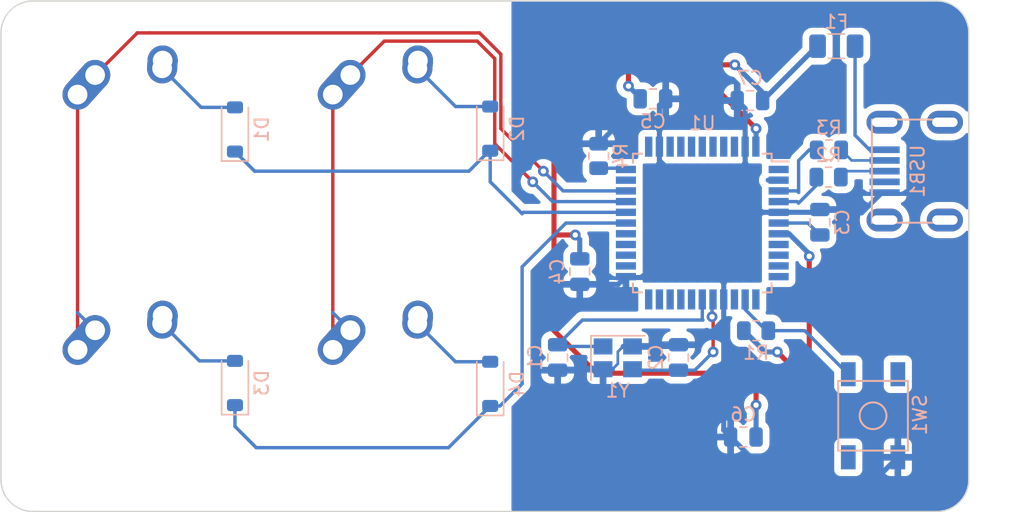
<source format=kicad_pcb>
(kicad_pcb (version 20221018) (generator pcbnew)
  (layers (0 "F.Cu" jumper) (31 "B.Cu" signal) (34 "B.Paste" user) (35 "F.Paste" user) (36 "B.SilkS" user "B.Silkscreen") (37 "F.SilkS" user "F.Silkscreen") (38 "B.Mask" user) (39 "F.Mask" user) (44 "Edge.Cuts" user))
  (net 0 "")
  (net 1 "Net-(U1-XTAL1)")
  (net 2 "GND")
  (net 3 "Net-(U1-XTAL2)")
  (net 4 "Net-(U1-UCAP)")
  (net 5 "+5V")
  (net 6 "Row0")
  (net 7 "Net-(D1-A)")
  (net 8 "Net-(D2-A)")
  (net 9 "Row1")
  (net 10 "Net-(D3-A)")
  (net 11 "Net-(D4-A)")
  (net 12 "VCC")
  (net 13 "Col0")
  (net 14 "Col1")
  (net 15 "Net-(U1-~{RESET})")
  (net 16 "D+")
  (net 17 "Net-(U1-D+)")
  (net 18 "D-")
  (net 19 "Net-(U1-D-)")
  (net 20 "Net-(U1-~{HWB}{slash}PE2)")
  (footprint "MX_Alps_Hybrid:MX-1U-NoLED" (layer "F.Cu") (at 112.7125 65.0875)
    (fp_text reference "MX1")
    (fp_text value "~")
    (pad "" np_thru_hole circle (at -5.08 0 48.0996) (size 1.75 1.75) (drill 1.75) (layers "*.Cu" "*.Mask"))
    (pad "" np_thru_hole circle (at 0 0) (size 3.9878 3.9878) (drill 3.9878) (layers "*.Cu" "*.Mask"))
    (pad "" np_thru_hole circle (at 5.08 0 48.0996) (size 1.75 1.75) (drill 1.75) (layers "*.Cu" "*.Mask"))
    (pad "1" thru_hole oval (at -3.81 -2.54 48.0996) (size 4.211556 2.25) (drill 1.47 (offset 0.980778 0)) (layers "*.Cu" "B.Mask") (net 13 "Col0"))
    (pad "1" thru_hole circle (at -2.5 -4) (size 2.25 2.25) (drill 1.47) (layers "*.Cu" "B.Mask") (net 13 "Col0"))
    (pad "2" thru_hole oval (at 2.5 -4.5 86.0548) (size 2.831378 2.25) (drill 1.47 (offset 0.290689 0)) (layers "*.Cu" "B.Mask") (net 7 "Net-(D1-A)"))
    (pad "2" thru_hole circle (at 2.54 -5.08) (size 2.25 2.25) (drill 1.47) (layers "*.Cu" "B.Mask") (net 7 "Net-(D1-A)"))
  )
  (footprint "MX_Alps_Hybrid:MX-1U-NoLED" (layer "F.Cu") (at 112.7125 84.1375)
    (fp_text reference "MX3")
    (fp_text value "~")
    (pad "" np_thru_hole circle (at -5.08 0 48.0996) (size 1.75 1.75) (drill 1.75) (layers "*.Cu" "*.Mask"))
    (pad "" np_thru_hole circle (at 0 0) (size 3.9878 3.9878) (drill 3.9878) (layers "*.Cu" "*.Mask"))
    (pad "" np_thru_hole circle (at 5.08 0 48.0996) (size 1.75 1.75) (drill 1.75) (layers "*.Cu" "*.Mask"))
    (pad "1" thru_hole oval (at -3.81 -2.54 48.0996) (size 4.211556 2.25) (drill 1.47 (offset 0.980778 0)) (layers "*.Cu" "B.Mask") (net 13 "Col0"))
    (pad "1" thru_hole circle (at -2.5 -4) (size 2.25 2.25) (drill 1.47) (layers "*.Cu" "B.Mask") (net 13 "Col0"))
    (pad "2" thru_hole oval (at 2.5 -4.5 86.0548) (size 2.831378 2.25) (drill 1.47 (offset 0.290689 0)) (layers "*.Cu" "B.Mask") (net 10 "Net-(D3-A)"))
    (pad "2" thru_hole circle (at 2.54 -5.08) (size 2.25 2.25) (drill 1.47) (layers "*.Cu" "B.Mask") (net 10 "Net-(D3-A)"))
  )
  (footprint "MX_Alps_Hybrid:MX-1U-NoLED" (layer "F.Cu") (at 131.7625 84.1375)
    (fp_text reference "MX4")
    (fp_text value "~")
    (pad "" np_thru_hole circle (at -5.08 0 48.0996) (size 1.75 1.75) (drill 1.75) (layers "*.Cu" "*.Mask"))
    (pad "" np_thru_hole circle (at 0 0) (size 3.9878 3.9878) (drill 3.9878) (layers "*.Cu" "*.Mask"))
    (pad "" np_thru_hole circle (at 5.08 0 48.0996) (size 1.75 1.75) (drill 1.75) (layers "*.Cu" "*.Mask"))
    (pad "1" thru_hole oval (at -3.81 -2.54 48.0996) (size 4.211556 2.25) (drill 1.47 (offset 0.980778 0)) (layers "*.Cu" "B.Mask") (net 14 "Col1"))
    (pad "1" thru_hole circle (at -2.5 -4) (size 2.25 2.25) (drill 1.47) (layers "*.Cu" "B.Mask") (net 14 "Col1"))
    (pad "2" thru_hole oval (at 2.5 -4.5 86.0548) (size 2.831378 2.25) (drill 1.47 (offset 0.290689 0)) (layers "*.Cu" "B.Mask") (net 11 "Net-(D4-A)"))
    (pad "2" thru_hole circle (at 2.54 -5.08) (size 2.25 2.25) (drill 1.47) (layers "*.Cu" "B.Mask") (net 11 "Net-(D4-A)"))
  )
  (footprint "MX_Alps_Hybrid:MX-1U-NoLED" (layer "F.Cu") (at 131.7625 65.0875)
    (fp_text reference "MX2")
    (fp_text value "~")
    (pad "" np_thru_hole circle (at -5.08 0 48.0996) (size 1.75 1.75) (drill 1.75) (layers "*.Cu" "*.Mask"))
    (pad "" np_thru_hole circle (at 0 0) (size 3.9878 3.9878) (drill 3.9878) (layers "*.Cu" "*.Mask"))
    (pad "" np_thru_hole circle (at 5.08 0 48.0996) (size 1.75 1.75) (drill 1.75) (layers "*.Cu" "*.Mask"))
    (pad "1" thru_hole oval (at -3.81 -2.54 48.0996) (size 4.211556 2.25) (drill 1.47 (offset 0.980778 0)) (layers "*.Cu" "B.Mask") (net 14 "Col1"))
    (pad "1" thru_hole circle (at -2.5 -4) (size 2.25 2.25) (drill 1.47) (layers "*.Cu" "B.Mask") (net 14 "Col1"))
    (pad "2" thru_hole oval (at 2.5 -4.5 86.0548) (size 2.831378 2.25) (drill 1.47 (offset 0.290689 0)) (layers "*.Cu" "B.Mask") (net 8 "Net-(D2-A)"))
    (pad "2" thru_hole circle (at 2.54 -5.08) (size 2.25 2.25) (drill 1.47) (layers "*.Cu" "B.Mask") (net 8 "Net-(D2-A)"))
  )
  (footprint "Crystal:Crystal_SMD_3225-4Pin_3.2x2.5mm" (layer "B.Cu") (at 149.22225 82.19525)
    (fp_text reference "Y1" (at 0 2.45) (layer "B.SilkS") (effects (justify mirror)))
    (fp_text value "16MHz")
    (fp_line (start -2 -1.65) (end 2 -1.65) (stroke (width 0.12)) (layer "B.SilkS"))
    (fp_line (start -2 1.65) (end -2 -1.65) (stroke (width 0.12)) (layer "B.SilkS"))
    (pad "1" smd rect (at -1.1 -0.85) (size 1.4 1.2) (layers "B.Cu" "B.Paste" "B.Mask") (net 1 "Net-(U1-XTAL1)"))
    (pad "2" smd rect (at 1.1 -0.85) (size 1.4 1.2) (layers "B.Cu" "B.Paste" "B.Mask") (net 2 "GND"))
    (pad "3" smd rect (at 1.1 0.85) (size 1.4 1.2) (layers "B.Cu" "B.Paste" "B.Mask") (net 3 "Net-(U1-XTAL2)"))
    (pad "4" smd rect (at -1.1 0.85) (size 1.4 1.2) (layers "B.Cu" "B.Paste" "B.Mask") (net 2 "GND"))
  )
  (footprint "Capacitor_SMD:C_0805_2012Metric" (layer "B.Cu") (at 144.73425 82.16825 -90)
    (fp_text reference "C1" (at 0 1.68 90) (layer "B.SilkS") (effects (justify mirror)))
    (fp_text value "22pF")
    (fp_line (start -0.261252 -0.735) (end 0.261252 -0.735) (stroke (width 0.12)) (layer "B.SilkS"))
    (fp_line (start -0.261252 0.735) (end 0.261252 0.735) (stroke (width 0.12)) (layer "B.SilkS"))
    (pad "1" smd roundrect (at -0.95 0 270) (size 1 1.45) (layers "B.Cu" "B.Paste" "B.Mask") (net 1 "Net-(U1-XTAL1)"))
    (pad "2" smd roundrect (at 0.95 0 270) (size 1 1.45) (layers "B.Cu" "B.Paste" "B.Mask") (net 2 "GND"))
  )
  (footprint "Resistor_SMD:R_0805_2012Metric" (layer "B.Cu") (at 164.98125 66.675 180)
    (fp_text reference "R3" (at 0 1.65) (layer "B.SilkS") (effects (justify mirror)))
    (fp_text value "22")
    (fp_line (start -0.227064 -0.735) (end 0.227064 -0.735) (stroke (width 0.12)) (layer "B.SilkS"))
    (fp_line (start -0.227064 0.735) (end 0.227064 0.735) (stroke (width 0.12)) (layer "B.SilkS"))
    (pad "1" smd roundrect (at -0.9125 0 180) (size 1.025 1.4) (layers "B.Cu" "B.Paste" "B.Mask") (roundrect_rratio 0.243902439) (net 18 "D-"))
    (pad "2" smd roundrect (at 0.9125 0 180) (size 1.025 1.4) (layers "B.Cu" "B.Paste" "B.Mask") (roundrect_rratio 0.243902439) (net 19 "Net-(U1-D-)"))
  )
  (footprint "Diode_SMD:D_SOD-123" (layer "B.Cu") (at 139.7 65.0875 90)
    (fp_text reference "D2" (at 0 2 90) (layer "B.SilkS") (effects (justify mirror)))
    (fp_text value "~")
    (fp_line (start -2.36 -1) (end 1.65 -1) (stroke (width 0.12)) (layer "B.SilkS"))
    (fp_line (start -2.36 1) (end -2.36 -1) (stroke (width 0.12)) (layer "B.SilkS"))
    (fp_line (start -2.36 1) (end 1.65 1) (stroke (width 0.12)) (layer "B.SilkS"))
    (pad "1" smd roundrect (at -1.65 0 90) (size 0.9 1.2) (layers "B.Cu" "B.Paste" "B.Mask") (net 6 "Row0"))
    (pad "2" smd roundrect (at 1.65 0 90) (size 0.9 1.2) (layers "B.Cu" "B.Paste" "B.Mask") (net 8 "Net-(D2-A)"))
  )
  (footprint "random-keyboard-parts:Molex-0548190589" (layer "B.Cu") (at 173.638 68.2625 180)
    (fp_text reference "USB1" (at 2.032 0 90) (layer "B.SilkS") (effects (justify mirror)))
    (fp_text value "Molex-0548190589")
    (fp_line (start 0 -3.85) (end 5.45 -3.85) (stroke (width 0.15)) (layer "B.SilkS"))
    (fp_line (start 0 3.85) (end 5.45 3.85) (stroke (width 0.15)) (layer "B.SilkS"))
    (fp_line (start 5.45 3.85) (end 5.45 -3.85) (stroke (width 0.15)) (layer "B.SilkS"))
    (pad "1" smd rect (at 4.5 -1.6 180) (size 2.25 0.5) (layers "B.Cu" "B.Paste" "B.Mask") (net 2 "GND"))
    (pad "2" smd rect (at 4.5 -0.8 180) (size 2.25 0.5) (layers "B.Cu" "B.Paste" "B.Mask"))
    (pad "3" smd rect (at 4.5 0 180) (size 2.25 0.5) (layers "B.Cu" "B.Paste" "B.Mask") (net 16 "D+"))
    (pad "4" smd rect (at 4.5 0.8 180) (size 2.25 0.5) (layers "B.Cu" "B.Paste" "B.Mask") (net 18 "D-"))
    (pad "5" smd rect (at 4.5 1.6 180) (size 2.25 0.5) (layers "B.Cu" "B.Paste" "B.Mask") (net 12 "VCC"))
    (pad "6" thru_hole oval (at 0 -3.65 180) (size 2.7 1.7) (drill oval 1.9 0.7) (layers "*.Cu" "*.Mask"))
    (pad "6" thru_hole oval (at 0 3.65 180) (size 2.7 1.7) (drill oval 1.9 0.7) (layers "*.Cu" "*.Mask"))
    (pad "6" thru_hole oval (at 4.5 -3.65 180) (size 2.7 1.7) (drill oval 1.9 0.7) (layers "*.Cu" "*.Mask"))
    (pad "6" thru_hole oval (at 4.5 3.65 180) (size 2.7 1.7) (drill oval 1.9 0.7) (layers "*.Cu" "*.Mask"))
  )
  (footprint "Diode_SMD:D_SOD-123" (layer "B.Cu") (at 120.65 84.075 90)
    (fp_text reference "D3" (at 0 2 90) (layer "B.SilkS") (effects (justify mirror)))
    (fp_text value "~")
    (fp_line (start -2.36 -1) (end 1.65 -1) (stroke (width 0.12)) (layer "B.SilkS"))
    (fp_line (start -2.36 1) (end -2.36 -1) (stroke (width 0.12)) (layer "B.SilkS"))
    (fp_line (start -2.36 1) (end 1.65 1) (stroke (width 0.12)) (layer "B.SilkS"))
    (pad "1" smd roundrect (at -1.65 0 90) (size 0.9 1.2) (layers "B.Cu" "B.Paste" "B.Mask") (net 9 "Row1"))
    (pad "2" smd roundrect (at 1.65 0 90) (size 0.9 1.2) (layers "B.Cu" "B.Paste" "B.Mask") (net 10 "Net-(D3-A)"))
  )
  (footprint "Capacitor_SMD:C_0805_2012Metric" (layer "B.Cu") (at 153.75125 82.16825 -90)
    (fp_text reference "C2" (at 0 1.68 90) (layer "B.SilkS") (effects (justify mirror)))
    (fp_text value "22pF")
    (fp_line (start -0.261252 -0.735) (end 0.261252 -0.735) (stroke (width 0.12)) (layer "B.SilkS"))
    (fp_line (start -0.261252 0.735) (end 0.261252 0.735) (stroke (width 0.12)) (layer "B.SilkS"))
    (pad "1" smd roundrect (at -0.95 0 270) (size 1 1.45) (layers "B.Cu" "B.Paste" "B.Mask") (net 2 "GND"))
    (pad "2" smd roundrect (at 0.95 0 270) (size 1 1.45) (layers "B.Cu" "B.Paste" "B.Mask") (net 3 "Net-(U1-XTAL2)"))
  )
  (footprint "Resistor_SMD:R_0805_2012Metric" (layer "B.Cu") (at 164.95775 68.707 180)
    (fp_text reference "R2" (at 0 1.65) (layer "B.SilkS") (effects (justify mirror)))
    (fp_text value "22")
    (fp_line (start -0.227064 -0.735) (end 0.227064 -0.735) (stroke (width 0.12)) (layer "B.SilkS"))
    (fp_line (start -0.227064 0.735) (end 0.227064 0.735) (stroke (width 0.12)) (layer "B.SilkS"))
    (pad "1" smd roundrect (at -0.9125 0 180) (size 1.025 1.4) (layers "B.Cu" "B.Paste" "B.Mask") (roundrect_rratio 0.243902439) (net 16 "D+"))
    (pad "2" smd roundrect (at 0.9125 0 180) (size 1.025 1.4) (layers "B.Cu" "B.Paste" "B.Mask") (roundrect_rratio 0.243902439) (net 17 "Net-(U1-D+)"))
  )
  (footprint "Capacitor_SMD:C_0805_2012Metric" (layer "B.Cu") (at 151.84625 62.86425)
    (fp_text reference "C5" (at 0 1.68) (layer "B.SilkS") (effects (justify mirror)))
    (fp_text value "0.1uF")
    (fp_line (start -0.261252 -0.735) (end 0.261252 -0.735) (stroke (width 0.12)) (layer "B.SilkS"))
    (fp_line (start -0.261252 0.735) (end 0.261252 0.735) (stroke (width 0.12)) (layer "B.SilkS"))
    (pad "1" smd roundrect (at -0.95 0) (size 1 1.45) (layers "B.Cu" "B.Paste" "B.Mask") (net 5 "+5V"))
    (pad "2" smd roundrect (at 0.95 0) (size 1 1.45) (layers "B.Cu" "B.Paste" "B.Mask") (net 2 "GND"))
  )
  (footprint "Capacitor_SMD:C_0805_2012Metric" (layer "B.Cu") (at 158.59375 88.10625 180)
    (fp_text reference "C6" (at 0 1.68) (layer "B.SilkS") (effects (justify mirror)))
    (fp_text value "0.1uF")
    (fp_line (start -0.261252 -0.735) (end 0.261252 -0.735) (stroke (width 0.12)) (layer "B.SilkS"))
    (fp_line (start -0.261252 0.735) (end 0.261252 0.735) (stroke (width 0.12)) (layer "B.SilkS"))
    (pad "1" smd roundrect (at -0.95 0 180) (size 1 1.45) (layers "B.Cu" "B.Paste" "B.Mask") (net 5 "+5V"))
    (pad "2" smd roundrect (at 0.95 0 180) (size 1 1.45) (layers "B.Cu" "B.Paste" "B.Mask") (net 2 "GND"))
  )
  (footprint "random-keyboard-parts:SKQG-1155865" (layer "B.Cu") (at 168.275 86.51875 -90)
    (fp_text reference "SW1" (at -0.075 -3.501 -270) (layer "B.SilkS") (effects (justify mirror)))
    (fp_text value "RESET")
    (fp_line (start -2.6 -2.6) (end -2.6 2.6) (stroke (width 0.15)) (layer "B.SilkS"))
    (fp_line (start -2.6 2.6) (end 2.6 2.6) (stroke (width 0.15)) (layer "B.SilkS"))
    (fp_line (start 2.6 -2.6) (end -2.6 -2.6) (stroke (width 0.15)) (layer "B.SilkS"))
    (fp_line (start 2.6 2.6) (end 2.6 -2.6) (stroke (width 0.15)) (layer "B.SilkS"))
    (fp_circle (center 0 0) (end 1 0) (stroke (width 0.15)) (fill none) (layer "B.SilkS"))
    (pad "1" smd rect (at 3.1 -1.85 270) (size 1.8 1.1) (layers "B.Cu" "B.Paste" "B.Mask") (net 2 "GND"))
    (pad "2" smd rect (at -3.1 1.85 270) (size 1.8 1.1) (layers "B.Cu" "B.Paste" "B.Mask") (net 15 "Net-(U1-~{RESET})"))
    (pad "3" smd rect (at 3.1 1.85 270) (size 1.8 1.1) (layers "B.Cu" "B.Paste" "B.Mask"))
    (pad "4" smd rect (at -3.1 -1.85 270) (size 1.8 1.1) (layers "B.Cu" "B.Paste" "B.Mask"))
  )
  (footprint "Capacitor_SMD:C_0805_2012Metric" (layer "B.Cu") (at 159.08525 62.99125 180)
    (fp_text reference "C7" (at 0 1.68) (layer "B.SilkS") (effects (justify mirror)))
    (fp_text value "10uF")
    (fp_line (start -0.261252 -0.735) (end 0.261252 -0.735) (stroke (width 0.12)) (layer "B.SilkS"))
    (fp_line (start -0.261252 0.735) (end 0.261252 0.735) (stroke (width 0.12)) (layer "B.SilkS"))
    (pad "1" smd roundrect (at -0.95 0 180) (size 1 1.45) (layers "B.Cu" "B.Paste" "B.Mask") (net 5 "+5V"))
    (pad "2" smd roundrect (at 0.95 0 180) (size 1 1.45) (layers "B.Cu" "B.Paste" "B.Mask") (net 2 "GND"))
  )
  (footprint "Fuse:Fuse_1206_3216Metric" (layer "B.Cu") (at 165.533 58.93525 180)
    (fp_text reference "F1" (at 0 1.82) (layer "B.SilkS") (effects (justify mirror)))
    (fp_text value "200mA")
    (fp_line (start -0.602064 -0.91) (end 0.602064 -0.91) (stroke (width 0.12)) (layer "B.SilkS"))
    (fp_line (start -0.602064 0.91) (end 0.602064 0.91) (stroke (width 0.12)) (layer "B.SilkS"))
    (pad "1" smd roundrect (at -1.4 0 180) (size 1.25 1.75) (layers "B.Cu" "B.Paste" "B.Mask") (roundrect_rratio 0.2) (net 12 "VCC"))
    (pad "2" smd roundrect (at 1.4 0 180) (size 1.25 1.75) (layers "B.Cu" "B.Paste" "B.Mask") (roundrect_rratio 0.2) (net 5 "+5V"))
  )
  (footprint "Diode_SMD:D_SOD-123" (layer "B.Cu") (at 120.65 65.15 90)
    (fp_text reference "D1" (at 0 2 90) (layer "B.SilkS") (effects (justify mirror)))
    (fp_text value "~")
    (fp_line (start -2.36 -1) (end 1.65 -1) (stroke (width 0.12)) (layer "B.SilkS"))
    (fp_line (start -2.36 1) (end -2.36 -1) (stroke (width 0.12)) (layer "B.SilkS"))
    (fp_line (start -2.36 1) (end 1.65 1) (stroke (width 0.12)) (layer "B.SilkS"))
    (pad "1" smd roundrect (at -1.65 0 90) (size 0.9 1.2) (layers "B.Cu" "B.Paste" "B.Mask") (net 6 "Row0"))
    (pad "2" smd roundrect (at 1.65 0 90) (size 0.9 1.2) (layers "B.Cu" "B.Paste" "B.Mask") (net 7 "Net-(D1-A)"))
  )
  (footprint "Capacitor_SMD:C_0805_2012Metric" (layer "B.Cu") (at 146.38525 75.75725 -90)
    (fp_text reference "C4" (at 0 1.68 90) (layer "B.SilkS") (effects (justify mirror)))
    (fp_text value "0.1uF")
    (fp_line (start -0.261252 -0.735) (end 0.261252 -0.735) (stroke (width 0.12)) (layer "B.SilkS"))
    (fp_line (start -0.261252 0.735) (end 0.261252 0.735) (stroke (width 0.12)) (layer "B.SilkS"))
    (pad "1" smd roundrect (at -0.95 0 270) (size 1 1.45) (layers "B.Cu" "B.Paste" "B.Mask") (net 5 "+5V"))
    (pad "2" smd roundrect (at 0.95 0 270) (size 1 1.45) (layers "B.Cu" "B.Paste" "B.Mask") (net 2 "GND"))
  )
  (footprint "Package_QFP:TQFP-44_10x10mm_P0.8mm" (layer "B.Cu") (at 155.52925 72.13525 180)
    (fp_text reference "U1" (at 0 7.45) (layer "B.SilkS") (effects (justify mirror)))
    (fp_text value "ATmega32U4-A")
    (fp_line (start -5.175 -5.175) (end -5.175 -4.5) (stroke (width 0.15)) (layer "B.SilkS"))
    (fp_line (start -5.175 -5.175) (end -4.5 -5.175) (stroke (width 0.15)) (layer "B.SilkS"))
    (fp_line (start -5.175 4.6) (end -6.45 4.6) (stroke (width 0.15)) (layer "B.SilkS"))
    (fp_line (start -5.175 5.175) (end -5.175 4.6) (stroke (width 0.15)) (layer "B.SilkS"))
    (fp_line (start -5.175 5.175) (end -4.5 5.175) (stroke (width 0.15)) (layer "B.SilkS"))
    (fp_line (start 5.175 -5.175) (end 4.5 -5.175) (stroke (width 0.15)) (layer "B.SilkS"))
    (fp_line (start 5.175 -5.175) (end 5.175 -4.5) (stroke (width 0.15)) (layer "B.SilkS"))
    (fp_line (start 5.175 5.175) (end 4.5 5.175) (stroke (width 0.15)) (layer "B.SilkS"))
    (fp_line (start 5.175 5.175) (end 5.175 4.5) (stroke (width 0.15)) (layer "B.SilkS"))
    (pad "1" smd rect (at -5.7 4 180) (size 1.5 0.55) (layers "B.Cu" "B.Paste" "B.Mask"))
    (pad "2" smd rect (at -5.7 3.2 180) (size 1.5 0.55) (layers "B.Cu" "B.Paste" "B.Mask") (net 5 "+5V"))
    (pad "3" smd rect (at -5.7 2.4 180) (size 1.5 0.55) (layers "B.Cu" "B.Paste" "B.Mask") (net 19 "Net-(U1-D-)"))
    (pad "4" smd rect (at -5.7 1.6 180) (size 1.5 0.55) (layers "B.Cu" "B.Paste" "B.Mask") (net 17 "Net-(U1-D+)"))
    (pad "5" smd rect (at -5.7 0.8 180) (size 1.5 0.55) (layers "B.Cu" "B.Paste" "B.Mask") (net 2 "GND"))
    (pad "6" smd rect (at -5.7 0 180) (size 1.5 0.55) (layers "B.Cu" "B.Paste" "B.Mask") (net 4 "Net-(U1-UCAP)"))
    (pad "7" smd rect (at -5.7 -0.8 180) (size 1.5 0.55) (layers "B.Cu" "B.Paste" "B.Mask") (net 5 "+5V"))
    (pad "8" smd rect (at -5.7 -1.6 180) (size 1.5 0.55) (layers "B.Cu" "B.Paste" "B.Mask"))
    (pad "9" smd rect (at -5.7 -2.4 180) (size 1.5 0.55) (layers "B.Cu" "B.Paste" "B.Mask"))
    (pad "10" smd rect (at -5.7 -3.2 180) (size 1.5 0.55) (layers "B.Cu" "B.Paste" "B.Mask"))
    (pad "11" smd rect (at -5.7 -4 180) (size 1.5 0.55) (layers "B.Cu" "B.Paste" "B.Mask"))
    (pad "12" smd rect (at -4 -5.7 90) (size 1.5 0.55) (layers "B.Cu" "B.Paste" "B.Mask"))
    (pad "13" smd rect (at -3.2 -5.7 90) (size 1.5 0.55) (layers "B.Cu" "B.Paste" "B.Mask") (net 15 "Net-(U1-~{RESET})"))
    (pad "14" smd rect (at -2.4 -5.7 90) (size 1.5 0.55) (layers "B.Cu" "B.Paste" "B.Mask") (net 5 "+5V"))
    (pad "15" smd rect (at -1.6 -5.7 90) (size 1.5 0.55) (layers "B.Cu" "B.Paste" "B.Mask") (net 2 "GND"))
    (pad "16" smd rect (at -0.8 -5.7 90) (size 1.5 0.55) (layers "B.Cu" "B.Paste" "B.Mask") (net 3 "Net-(U1-XTAL2)"))
    (pad "17" smd rect (at 0 -5.7 90) (size 1.5 0.55) (layers "B.Cu" "B.Paste" "B.Mask") (net 1 "Net-(U1-XTAL1)"))
    (pad "18" smd rect (at 0.8 -5.7 90) (size 1.5 0.55) (layers "B.Cu" "B.Paste" "B.Mask"))
    (pad "19" smd rect (at 1.6 -5.7 90) (size 1.5 0.55) (layers "B.Cu" "B.Paste" "B.Mask"))
    (pad "20" smd rect (at 2.4 -5.7 90) (size 1.5 0.55) (layers "B.Cu" "B.Paste" "B.Mask"))
    (pad "21" smd rect (at 3.2 -5.7 90) (size 1.5 0.55) (layers "B.Cu" "B.Paste" "B.Mask"))
    (pad "22" smd rect (at 4 -5.7 90) (size 1.5 0.55) (layers "B.Cu" "B.Paste" "B.Mask"))
    (pad "23" smd rect (at 5.7 -4 180) (size 1.5 0.55) (layers "B.Cu" "B.Paste" "B.Mask") (net 2 "GND"))
    (pad "24" smd rect (at 5.7 -3.2 180) (size 1.5 0.55) (layers "B.Cu" "B.Paste" "B.Mask") (net 5 "+5V"))
    (pad "25" smd rect (at 5.7 -2.4 180) (size 1.5 0.55) (layers "B.Cu" "B.Paste" "B.Mask"))
    (pad "26" smd rect (at 5.7 -1.6 180) (size 1.5 0.55) (layers "B.Cu" "B.Paste" "B.Mask"))
    (pad "27" smd rect (at 5.7 -0.8 180) (size 1.5 0.55) (layers "B.Cu" "B.Paste" "B.Mask"))
    (pad "28" smd rect (at 5.7 0 180) (size 1.5 0.55) (layers "B.Cu" "B.Paste" "B.Mask") (net 9 "Row1"))
    (pad "29" smd rect (at 5.7 0.8 180) (size 1.5 0.55) (layers "B.Cu" "B.Paste" "B.Mask") (net 6 "Row0"))
    (pad "30" smd rect (at 5.7 1.6 180) (size 1.5 0.55) (layers "B.Cu" "B.Paste" "B.Mask") (net 14 "Col1"))
    (pad "31" smd rect (at 5.7 2.4 180) (size 1.5 0.55) (layers "B.Cu" "B.Paste" "B.Mask") (net 13 "Col0"))
    (pad "32" smd rect (at 5.7 3.2 180) (size 1.5 0.55) (layers "B.Cu" "B.Paste" "B.Mask"))
    (pad "33" smd rect (at 5.7 4 180) (size 1.5 0.55) (layers "B.Cu" "B.Paste" "B.Mask") (net 20 "Net-(U1-~{HWB}{slash}PE2)"))
    (pad "34" smd rect (at 4 5.7 90) (size 1.5 0.55) (layers "B.Cu" "B.Paste" "B.Mask") (net 5 "+5V"))
    (pad "35" smd rect (at 3.2 5.7 90) (size 1.5 0.55) (layers "B.Cu" "B.Paste" "B.Mask") (net 2 "GND"))
    (pad "36" smd rect (at 2.4 5.7 90) (size 1.5 0.55) (layers "B.Cu" "B.Paste" "B.Mask"))
    (pad "37" smd rect (at 1.6 5.7 90) (size 1.5 0.55) (layers "B.Cu" "B.Paste" "B.Mask"))
    (pad "38" smd rect (at 0.8 5.7 90) (size 1.5 0.55) (layers "B.Cu" "B.Paste" "B.Mask"))
    (pad "39" smd rect (at 0 5.7 90) (size 1.5 0.55) (layers "B.Cu" "B.Paste" "B.Mask"))
    (pad "40" smd rect (at -0.8 5.7 90) (size 1.5 0.55) (layers "B.Cu" "B.Paste" "B.Mask"))
    (pad "41" smd rect (at -1.6 5.7 90) (size 1.5 0.55) (layers "B.Cu" "B.Paste" "B.Mask"))
    (pad "42" smd rect (at -2.4 5.7 90) (size 1.5 0.55) (layers "B.Cu" "B.Paste" "B.Mask"))
    (pad "43" smd rect (at -3.2 5.7 90) (size 1.5 0.55) (layers "B.Cu" "B.Paste" "B.Mask") (net 2 "GND"))
    (pad "44" smd rect (at -4 5.7 90) (size 1.5 0.55) (layers "B.Cu" "B.Paste" "B.Mask") (net 5 "+5V"))
  )
  (footprint "Resistor_SMD:R_0805_2012Metric" (layer "B.Cu") (at 159.54375 80.16875)
    (fp_text reference "R1" (at 0 1.65) (layer "B.SilkS") (effects (justify mirror)))
    (fp_text value "10k")
    (fp_line (start -0.227064 -0.735) (end 0.227064 -0.735) (stroke (width 0.12)) (layer "B.SilkS"))
    (fp_line (start -0.227064 0.735) (end 0.227064 0.735) (stroke (width 0.12)) (layer "B.SilkS"))
    (pad "1" smd roundrect (at -0.9125 0) (size 1.025 1.4) (layers "B.Cu" "B.Paste" "B.Mask") (roundrect_rratio 0.243902439) (net 5 "+5V"))
    (pad "2" smd roundrect (at 0.9125 0) (size 1.025 1.4) (layers "B.Cu" "B.Paste" "B.Mask") (roundrect_rratio 0.243902439) (net 15 "Net-(U1-~{RESET})"))
  )
  (footprint "Diode_SMD:D_SOD-123" (layer "B.Cu") (at 139.7 84.1375 90)
    (fp_text reference "D4" (at 0 2 90) (layer "B.SilkS") (effects (justify mirror)))
    (fp_text value "~")
    (fp_line (start -2.36 -1) (end 1.65 -1) (stroke (width 0.12)) (layer "B.SilkS"))
    (fp_line (start -2.36 1) (end -2.36 -1) (stroke (width 0.12)) (layer "B.SilkS"))
    (fp_line (start -2.36 1) (end 1.65 1) (stroke (width 0.12)) (layer "B.SilkS"))
    (pad "1" smd roundrect (at -1.65 0 90) (size 0.9 1.2) (layers "B.Cu" "B.Paste" "B.Mask") (net 9 "Row1"))
    (pad "2" smd roundrect (at 1.65 0 90) (size 0.9 1.2) (layers "B.Cu" "B.Paste" "B.Mask") (net 11 "Net-(D4-A)"))
  )
  (footprint "Resistor_SMD:R_0805_2012Metric" (layer "B.Cu") (at 147.79625 67.12775 90)
    (fp_text reference "R4" (at 0 1.65 90) (layer "B.SilkS") (effects (justify mirror)))
    (fp_text value "10k")
    (fp_line (start -0.227064 -0.735) (end 0.227064 -0.735) (stroke (width 0.12)) (layer "B.SilkS"))
    (fp_line (start -0.227064 0.735) (end 0.227064 0.735) (stroke (width 0.12)) (layer "B.SilkS"))
    (pad "1" smd roundrect (at -0.9125 0 90) (size 1.025 1.4) (layers "B.Cu" "B.Paste" "B.Mask") (roundrect_rratio 0.243902439) (net 20 "Net-(U1-~{HWB}{slash}PE2)"))
    (pad "2" smd roundrect (at 0.9125 0 90) (size 1.025 1.4) (layers "B.Cu" "B.Paste" "B.Mask") (roundrect_rratio 0.243902439) (net 2 "GND"))
  )
  (footprint "Capacitor_SMD:C_0805_2012Metric" (layer "B.Cu") (at 164.30625 72.075 90)
    (fp_text reference "C3" (at 0 1.68 90) (layer "B.SilkS") (effects (justify mirror)))
    (fp_text value "1uF")
    (fp_line (start -0.261252 -0.735) (end 0.261252 -0.735) (stroke (width 0.12)) (layer "B.SilkS"))
    (fp_line (start -0.261252 0.735) (end 0.261252 0.735) (stroke (width 0.12)) (layer "B.SilkS"))
    (pad "1" smd roundrect (at -0.95 0 90) (size 1 1.45) (layers "B.Cu" "B.Paste" "B.Mask") (net 4 "Net-(U1-UCAP)"))
    (pad "2" smd roundrect (at 0.95 0 90) (size 1 1.45) (layers "B.Cu" "B.Paste" "B.Mask") (net 2 "GND"))
  )
  (gr_line (start 105.56875 93.6625) (end 173.0375 93.6625) (stroke (width 0.1)) (layer "Edge.Cuts"))
  (gr_arc (start 105.56875 93.6625) (mid 103.884952 92.965048) (end 103.1875 91.28125) (stroke (width 0.1)) (layer "Edge.Cuts"))
  (gr_arc (start 103.1875 57.94375) (mid 103.884952 56.259952) (end 105.56875 55.5625) (stroke (width 0.1)) (layer "Edge.Cuts"))
  (gr_arc (start 175.41875 91.28125) (mid 174.721298 92.965048) (end 173.0375 93.6625) (stroke (width 0.1)) (layer "Edge.Cuts"))
  (gr_line (start 103.1875 57.94375) (end 103.1875 91.28125) (stroke (width 0.1)) (layer "Edge.Cuts"))
  (gr_line (start 175.41875 91.28125) (end 175.41875 57.94375) (stroke (width 0.1)) (layer "Edge.Cuts"))
  (gr_line (start 173.0375 55.5625) (end 105.56875 55.5625) (stroke (width 0.1)) (layer "Edge.Cuts"))
  (gr_arc (start 173.0375 55.5625) (mid 174.721298 56.259952) (end 175.41875 57.94375) (stroke (width 0.1)) (layer "Edge.Cuts"))
  (segment (start 155.52925 79.32925) (end 155.52925 77.83525) (width 0.254) (layer "B.Cu") (net 1))
  (segment (start 148.12225 81.34525) (end 144.86125 81.34525) (width 0.254) (layer "B.Cu") (net 1))
  (segment (start 144.86125 81.34525) (end 144.73425 81.21825) (width 0.254) (layer "B.Cu") (net 1))
  (segment (start 144.73425 81.21825) (end 146.5775 79.375) (width 0.254) (layer "B.Cu") (net 1))
  (segment (start 146.5775 79.375) (end 155.575 79.375) (width 0.254) (layer "B.Cu") (net 1))
  (segment (start 155.575 79.375) (end 155.52925 79.32925) (width 0.254) (layer "B.Cu") (net 1))
  (segment (start 152.32925 64.29375) (end 149.71775 64.29375) (width 0.381) (layer "B.Cu") (net 2))
  (segment (start 157.12925 87.59175) (end 157.12925 79.375) (width 0.381) (layer "B.Cu") (net 2))
  (segment (start 153.62425 81.34525) (end 153.75125 81.21825) (width 0.381) (layer "B.Cu") (net 2))
  (segment (start 170.125 89.61875) (end 167.66875 92.075) (width 0.381) (layer "B.Cu") (net 2))
  (segment (start 157.12925 72.2645) (end 158.0585 71.33525) (width 0.381) (layer "B.Cu") (net 2))
  (segment (start 149.25725 76.70725) (end 149.82925 76.13525) (width 0.381) (layer "B.Cu") (net 2))
  (segment (start 158.72925 66.43525) (end 158.72925 71.3145) (width 0.381) (layer "B.Cu") (net 2))
  (segment (start 157.12925 76.2) (end 157.12925 72.2645) (width 0.381) (layer "B.Cu") (net 2))
  (segment (start 152.32925 64.29375) (end 152.32925 66.43525) (width 0.381) (layer "B.Cu") (net 2))
  (segment (start 158.75 71.33525) (end 161.22925 71.33525) (width 0.381) (layer "B.Cu") (net 2))
  (segment (start 168.937633 69.8625) (end 167.421941 71.378192) (width 0.381) (layer "B.Cu") (net 2))
  (segment (start 152.32925 67.4645) (end 157.12925 72.2645) (width 0.381) (layer "B.Cu") (net 2))
  (segment (start 155.286 81.21825) (end 157.12925 79.375) (width 0.381) (layer "B.Cu") (net 2))
  (segment (start 149.225 81.7425) (end 149.225 82.6425) (width 0.2032) (layer "B.Cu") (net 2))
  (segment (start 149.71775 64.29375) (end 147.79625 66.21525) (width 0.381) (layer "B.Cu") (net 2))
  (segment (start 149.894 76.2) (end 157.12925 76.2) (width 0.381) (layer "B.Cu") (net 2))
  (segment (start 149.225 82.6425) (end 148.82225 83.04525) (width 0.2032) (layer "B.Cu") (net 2))
  (segment (start 157.12925 79.375) (end 157.12925 77.83525) (width 0.381) (layer "B.Cu") (net 2))
  (segment (start 152.32925 63.33125) (end 152.32925 64.29375) (width 0.381) (layer "B.Cu") (net 2))
  (segment (start 158.13525 62.99125) (end 158.72925 63.58525) (width 0.381) (layer "B.Cu") (net 2))
  (segment (start 146.38525 76.70725) (end 149.25725 76.70725) (width 0.381) (layer "B.Cu") (net 2))
  (segment (start 148.82225 83.04525) (end 148.12225 83.04525) (width 0.381) (layer "B.Cu") (net 2))
  (segment (start 167.421941 71.378192) (end 167.168749 71.125) (width 0.381) (layer "B.Cu") (net 2))
  (segment (start 149.82925 76.13525) (end 149.894 76.2) (width 0.381) (layer "B.Cu") (net 2))
  (segment (start 149.62225 81.34525) (end 149.225 81.7425) (width 0.2032) (layer "B.Cu") (net 2))
  (segment (start 169.138 69.8625) (end 168.937633 69.8625) (width 0.381) (layer "B.Cu") (net 2))
  (segment (start 158.72925 71.3145) (end 158.75 71.33525) (width 0.381) (layer "B.Cu") (net 2))
  (segment (start 157.64375 88.10625) (end 157.12925 87.59175) (width 0.381) (layer "B.Cu") (net 2))
  (segment (start 157.12925 77.83525) (end 157.12925 76.2) (width 0.381) (layer "B.Cu") (net 2))
  (segment (start 167.66875 92.075) (end 161.6125 92.075) (width 0.381) (layer "B.Cu") (net 2))
  (segment (start 158.0585 71.33525) (end 158.75 71.33525) (width 0.381) (layer "B.Cu") (net 2))
  (segment (start 152.32925 66.43525) (end 152.32925 67.4645) (width 0.381) (layer "B.Cu") (net 2))
  (segment (start 150.32225 81.34525) (end 153.62425 81.34525) (width 0.381) (layer "B.Cu") (net 2))
  (segment (start 152.79625 62.86425) (end 152.32925 63.33125) (width 0.381) (layer "B.Cu") (net 2))
  (segment (start 144.80725 83.04525) (end 144.73425 83.11825) (width 0.381) (layer "B.Cu") (net 2))
  (segment (start 167.168749 71.125) (end 164.30625 71.125) (width 0.381) (layer "B.Cu") (net 2))
  (segment (start 164.096 71.33525) (end 161.22925 71.33525) (width 0.381) (layer "B.Cu") (net 2))
  (segment (start 148.12225 83.04525) (end 144.80725 83.04525) (width 0.381) (layer "B.Cu") (net 2))
  (segment (start 158.72925 63.58525) (end 158.72925 66.43525) (width 0.381) (layer "B.Cu") (net 2))
  (segment (start 164.30625 71.125) (end 164.096 71.33525) (width 0.381) (layer "B.Cu") (net 2))
  (segment (start 161.6125 92.075) (end 157.64375 88.10625) (width 0.381) (layer "B.Cu") (net 2))
  (segment (start 153.75125 81.21825) (end 155.286 81.21825) (width 0.381) (layer "B.Cu") (net 2))
  (segment (start 150.32225 81.34525) (end 149.62225 81.34525) (width 0.381) (layer "B.Cu") (net 2))
  (segment (start 156.33925 79.209641) (end 156.258569 79.12896) (width 0.254) (layer "F.Cu") (net 3))
  (segment (start 156.33925 81.75625) (end 156.33925 79.209641) (width 0.254) (layer "F.Cu") (net 3))
  (via (at 156.258569 79.12896) (size 0.8) (drill 0.4) (layers "F.Cu" "B.Cu") (net 3))
  (via (at 156.33925 81.75625) (size 0.8) (drill 0.4) (layers "F.Cu" "B.Cu") (net 3))
  (segment (start 156.258569 79.12896) (end 156.258569 77.905931) (width 0.254) (layer "B.Cu") (net 3))
  (segment (start 156.258569 77.905931) (end 156.32925 77.83525) (width 0.254) (layer "B.Cu") (net 3))
  (segment (start 154.97725 83.11825) (end 156.33925 81.75625) (width 0.254) (layer "B.Cu") (net 3))
  (segment (start 153.75125 83.11825) (end 150.39525 83.11825) (width 0.254) (layer "B.Cu") (net 3))
  (segment (start 150.39525 83.11825) (end 150.32225 83.04525) (width 0.254) (layer "B.Cu") (net 3))
  (segment (start 153.75125 83.11825) (end 154.97725 83.11825) (width 0.254) (layer "B.Cu") (net 3))
  (segment (start 164.30625 73.025) (end 163.4165 72.13525) (width 0.254) (layer "B.Cu") (net 4))
  (segment (start 163.4165 72.13525) (end 161.22925 72.13525) (width 0.254) (layer "B.Cu") (net 4))
  (segment (start 144.4625 72.23125) (end 144.4625 73.025) (width 0.381) (layer "F.Cu") (net 5))
  (segment (start 159.54375 83.34375) (end 159.54375 85.725) (width 0.381) (layer "F.Cu") (net 5))
  (segment (start 157.95625 60.325) (end 156.36875 60.325) (width 0.381) (layer "F.Cu") (net 5))
  (segment (start 162.321875 82.946875) (end 163.5125 81.75625) (width 0.381) (layer "F.Cu") (net 5))
  (segment (start 149.225 60.325) (end 145.25625 60.325) (width 0.381) (layer "F.Cu") (net 5))
  (segment (start 150.01875 61.9125) (end 150.01875 60.325) (width 0.381) (layer "F.Cu") (net 5))
  (segment (start 144.4625 73.025) (end 144.4625 80.16875) (width 0.381) (layer "F.Cu") (net 5))
  (segment (start 159.54375 83.34375) (end 161.925 83.34375) (width 0.381) (layer "F.Cu") (net 5))
  (segment (start 156.36875 60.325) (end 156.36875 61.9125) (width 0.381) (layer "F.Cu") (net 5))
  (segment (start 144.4625 80.16875) (end 147.6375 83.34375) (width 0.381) (layer "F.Cu") (net 5))
  (segment (start 161.13125 81.75625) (end 162.321875 82.946875) (width 0.381) (layer "F.Cu") (net 5))
  (segment (start 150.01875 60.325) (end 149.225 60.325) (width 0.381) (layer "F.Cu") (net 5))
  (segment (start 163.5125 81.75625) (end 163.5125 74.6125) (width 0.381) (layer "F.Cu") (net 5))
  (segment (start 145.25625 60.325) (end 144.4625 60.325) (width 0.381) (layer "F.Cu") (net 5))
  (segment (start 144.4625 60.325) (end 144.4625 72.23125) (width 0.381) (layer "F.Cu") (net 5))
  (segment (start 147.6375 83.34375) (end 159.54375 83.34375) (width 0.381) (layer "F.Cu") (net 5))
  (segment (start 156.36875 60.325) (end 150.01875 60.325) (width 0.381) (layer "F.Cu") (net 5))
  (segment (start 146.05 73.025) (end 144.4625 73.025) (width 0.381) (layer "F.Cu") (net 5))
  (segment (start 156.36875 61.9125) (end 159.54375 65.0875) (width 0.381) (layer "F.Cu") (net 5))
  (segment (start 161.925 83.34375) (end 162.321875 82.946875) (width 0.381) (layer "F.Cu") (net 5))
  (via (at 159.54375 65.0875) (size 0.8) (drill 0.4) (layers "F.Cu" "B.Cu") (net 5))
  (via (at 157.95625 60.325) (size 0.8) (drill 0.4) (layers "F.Cu" "B.Cu") (net 5))
  (via (at 163.5125 74.6125) (size 0.8) (drill 0.4) (layers "F.Cu" "B.Cu") (net 5))
  (via (at 159.54375 85.725) (size 0.8) (drill 0.4) (layers "F.Cu" "B.Cu") (net 5))
  (via (at 146.05 73.025) (size 0.8) (drill 0.4) (layers "F.Cu" "B.Cu") (net 5))
  (via (at 150.01875 61.9125) (size 0.8) (drill 0.4) (layers "F.Cu" "B.Cu") (net 5))
  (via (at 161.13125 81.75625) (size 0.8) (drill 0.4) (layers "F.Cu" "B.Cu") (net 5))
  (segment (start 159.54375 85.725) (end 159.54375 88.10625) (width 0.381) (layer "B.Cu") (net 5))
  (segment (start 159.54375 81.08125) (end 158.63125 80.16875) (width 0.381) (layer "B.Cu") (net 5))
  (segment (start 160.03525 62.99125) (end 160.03525 62.404) (width 0.381) (layer "B.Cu") (net 5))
  (segment (start 158.63125 80.16875) (end 160.21875 81.75625) (width 0.381) (layer "B.Cu") (net 5))
  (segment (start 160.452 68.93525) (end 161.22925 68.93525) (width 0.381) (layer "B.Cu") (net 5))
  (segment (start 150.89625 62.79) (end 150.01875 61.9125) (width 0.381) (layer "B.Cu") (net 5))
  (segment (start 163.5125 74.44125) (end 162.0065 72.93525) (width 0.381) (layer "B.Cu") (net 5))
  (segment (start 160.03525 62.404) (end 157.95625 60.325) (width 0.381) (layer "B.Cu") (net 5))
  (segment (start 150.89625 62.86425) (end 150.89625 62.79) (width 0.381) (layer "B.Cu") (net 5))
  (segment (start 164.133 58.93525) (end 164.09125 58.93525) (width 0.381) (layer "B.Cu") (net 5))
  (segment (start 162.0065 72.93525) (end 161.22925 72.93525) (width 0.381) (layer "B.Cu") (net 5))
  (segment (start 163.5125 74.6125) (end 163.5125 74.44125) (width 0.381) (layer "B.Cu") (net 5))
  (segment (start 160.21875 81.75625) (end 161.13125 81.75625) (width 0.381) (layer "B.Cu") (net 5))
  (segment (start 159.54375 66.42075) (end 159.52925 66.43525) (width 0.381) (layer "B.Cu") (net 5))
  (segment (start 146.38525 74.80725) (end 146.38525 73.36025) (width 0.381) (layer "B.Cu") (net 5))
  (segment (start 146.38525 73.36025) (end 146.05 73.025) (width 0.381) (layer "B.Cu") (net 5))
  (segment (start 164.09125 58.93525) (end 160.03525 62.99125) (width 0.381) (layer "B.Cu") (net 5))
  (segment (start 159.54375 65.0875) (end 159.54375 66.42075) (width 0.381) (layer "B.Cu") (net 5))
  (segment (start 122.1125 68.2625) (end 138.1125 68.2625) (width 0.254) (layer "B.Cu") (net 6))
  (segment (start 139.7 66.7375) (end 139.7 69.05625) (width 0.254) (layer "B.Cu") (net 6))
  (segment (start 142.08125 71.4375) (end 142.1835 71.33525) (width 0.254) (layer "B.Cu") (net 6))
  (segment (start 142.1835 71.33525) (end 149.82925 71.33525) (width 0.254) (layer "B.Cu") (net 6))
  (segment (start 120.65 66.8) (end 122.1125 68.2625) (width 0.254) (layer "B.Cu") (net 6))
  (segment (start 139.6375 66.7375) (end 139.7 66.7375) (width 0.254) (layer "B.Cu") (net 6))
  (segment (start 138.1125 68.2625) (end 139.6375 66.7375) (width 0.254) (layer "B.Cu") (net 6))
  (segment (start 139.7 69.05625) (end 142.08125 71.4375) (width 0.254) (layer "B.Cu") (net 6))
  (segment (start 120.65 63.5) (end 118.125 63.5) (width 0.254) (layer "B.Cu") (net 7))
  (segment (start 118.125 63.5) (end 115.2125 60.5875) (width 0.254) (layer "B.Cu") (net 7))
  (segment (start 137.1125 63.4375) (end 134.2625 60.5875) (width 0.254) (layer "B.Cu") (net 8))
  (segment (start 139.7 63.4375) (end 137.1125 63.4375) (width 0.254) (layer "B.Cu") (net 8))
  (segment (start 120.65 85.725) (end 120.65 87.3125) (width 0.254) (layer "B.Cu") (net 9))
  (segment (start 139.7 85.7875) (end 140.43125 85.7875) (width 0.254) (layer "B.Cu") (net 9))
  (segment (start 142.08125 75.40625) (end 145.35225 72.13525) (width 0.254) (layer "B.Cu") (net 9))
  (segment (start 120.65 87.3125) (end 122.2375 88.9) (width 0.254) (layer "B.Cu") (net 9))
  (segment (start 145.35225 72.13525) (end 149.82925 72.13525) (width 0.254) (layer "B.Cu") (net 9))
  (segment (start 140.43125 85.7875) (end 142.08125 84.1375) (width 0.254) (layer "B.Cu") (net 9))
  (segment (start 142.08125 84.1375) (end 142.08125 75.40625) (width 0.254) (layer "B.Cu") (net 9))
  (segment (start 122.2375 88.9) (end 136.5875 88.9) (width 0.254) (layer "B.Cu") (net 9))
  (segment (start 136.5875 88.9) (end 139.7 85.7875) (width 0.254) (layer "B.Cu") (net 9))
  (segment (start 118 82.425) (end 115.2125 79.6375) (width 0.254) (layer "B.Cu") (net 10))
  (segment (start 120.65 82.425) (end 118 82.425) (width 0.254) (layer "B.Cu") (net 10))
  (segment (start 139.7 82.4875) (end 137.1125 82.4875) (width 0.254) (layer "B.Cu") (net 11))
  (segment (start 137.1125 82.4875) (end 134.2625 79.6375) (width 0.254) (layer "B.Cu") (net 11))
  (segment (start 168.013 66.6625) (end 166.933 65.5825) (width 0.254) (layer "B.Cu") (net 12))
  (segment (start 169.138 66.6625) (end 168.013 66.6625) (width 0.254) (layer "B.Cu") (net 12))
  (segment (start 166.933 65.5825) (end 166.933 58.93525) (width 0.254) (layer "B.Cu") (net 12))
  (segment (start 113.35625 57.94375) (end 114.3 57.94375) (width 0.254) (layer "F.Cu") (net 13))
  (segment (start 110.2125 61.0875) (end 113.35625 57.94375) (width 0.254) (layer "F.Cu") (net 13))
  (segment (start 108.9025 62.5475) (end 108.9025 81.5975) (width 0.254) (layer "F.Cu") (net 13))
  (segment (start 114.3 57.94375) (end 138.90625 57.94375) (width 0.254) (layer "F.Cu") (net 13))
  (segment (start 140.49375 65.0875) (end 143.66875 68.2625) (width 0.254) (layer "F.Cu") (net 13))
  (segment (start 140.49375 59.53125) (end 140.49375 65.0875) (width 0.254) (layer "F.Cu") (net 13))
  (segment (start 138.90625 57.94375) (end 140.49375 59.53125) (width 0.254) (layer "F.Cu") (net 13))
  (via (at 143.66875 68.2625) (size 0.8) (drill 0.4) (layers "F.Cu" "B.Cu") (net 13))
  (segment (start 145.1415 69.73525) (end 149.82925 69.73525) (width 0.254) (layer "B.Cu") (net 13))
  (segment (start 108.9025 78.8275) (end 110.2125 80.1375) (width 0.254) (layer "B.Cu") (net 13))
  (segment (start 143.66875 68.2625) (end 145.1415 69.73525) (width 0.254) (layer "B.Cu") (net 13))
  (segment (start 138.90625 58.7375) (end 139.7 59.53125) (width 0.254) (layer "F.Cu") (net 14))
  (segment (start 131.791426 58.558574) (end 138.727324 58.558574) (width 0.254) (layer "F.Cu") (net 14))
  (segment (start 139.7 59.53125) (end 140.03975 59.871) (width 0.254) (layer "F.Cu") (net 14))
  (segment (start 138.727324 58.558574) (end 138.90625 58.7375) (width 0.254) (layer "F.Cu") (net 14))
  (segment (start 140.03975 59.871) (end 140.03975 65.0875) (width 0.254) (layer "F.Cu") (net 14))
  (segment (start 140.03975 65.0875) (end 140.03975 66.221) (width 0.254) (layer "F.Cu") (net 14))
  (segment (start 140.03975 66.221) (end 142.875 69.05625) (width 0.254) (layer "F.Cu") (net 14))
  (segment (start 127.9525 62.5475) (end 127.9525 81.5975) (width 0.254) (layer "F.Cu") (net 14))
  (segment (start 129.2625 61.0875) (end 131.791426 58.558574) (width 0.254) (layer "F.Cu") (net 14))
  (via (at 142.875 69.05625) (size 0.8) (drill 0.4) (layers "F.Cu" "B.Cu") (net 14))
  (segment (start 142.875 69.05625) (end 144.354 70.53525) (width 0.254) (layer "B.Cu") (net 14))
  (segment (start 144.354 70.53525) (end 149.82925 70.53525) (width 0.254) (layer "B.Cu") (net 14))
  (segment (start 129.2625 80.1375) (end 127.9525 78.8275) (width 0.254) (layer "B.Cu") (net 14))
  (segment (start 166.425 83.41875) (end 163.175 80.16875) (width 0.254) (layer "B.Cu") (net 15))
  (segment (start 160.31275 80.16875) (end 158.72925 78.58525) (width 0.254) (layer "B.Cu") (net 15))
  (segment (start 163.175 80.16875) (end 160.45625 80.16875) (width 0.254) (layer "B.Cu") (net 15))
  (segment (start 158.72925 78.58525) (end 158.72925 77.83525) (width 0.254) (layer "B.Cu") (net 15))
  (segment (start 160.45625 80.16875) (end 160.31275 80.16875) (width 0.254) (layer "B.Cu") (net 15))
  (segment (start 166.31475 68.2625) (end 165.87025 68.707) (width 0.2) (layer "B.Cu") (net 16))
  (segment (start 169.138 68.2625) (end 166.31475 68.2625) (width 0.2) (layer "B.Cu") (net 16))
  (segment (start 164.04525 69.31725) (end 162.71875 70.64375) (width 0.254) (layer "B.Cu") (net 17))
  (segment (start 162.71875 70.64375) (end 162.61025 70.53525) (width 0.254) (layer "B.Cu") (net 17))
  (segment (start 164.04525 68.707) (end 164.04525 69.31725) (width 0.254) (layer "B.Cu") (net 17))
  (segment (start 162.61025 70.53525) (end 161.22925 70.53525) (width 0.254) (layer "B.Cu") (net 17))
  (segment (start 169.138 67.4625) (end 166.68125 67.4625) (width 0.2) (layer "B.Cu") (net 18))
  (segment (start 166.68125 67.4625) (end 165.89375 66.675) (width 0.2) (layer "B.Cu") (net 18))
  (segment (start 162.71875 67.46875) (end 162.71875 69.85) (width 0.254) (layer "B.Cu") (net 19))
  (segment (start 162.604 69.73525) (end 161.22925 69.73525) (width 0.254) (layer "B.Cu") (net 19))
  (segment (start 163.5125 66.675) (end 162.71875 67.46875) (width 0.254) (layer "B.Cu") (net 19))
  (segment (start 164.06875 66.675) (end 163.5125 66.675) (width 0.254) (layer "B.Cu") (net 19))
  (segment (start 162.71875 69.85) (end 162.604 69.73525) (width 0.254) (layer "B.Cu") (net 19))
  (segment (start 147.79625 68.04025) (end 149.73425 68.04025) (width 0.254) (layer "B.Cu") (net 20))
  (segment (start 149.73425 68.04025) (end 149.82925 68.13525) (width 0.254) (layer "B.Cu") (net 20))
  (zone (net 2) (net_name "GND") (layer "B.Cu") (connect_pads (clearance 0.5)) (min_thickness 0.25) (fill yes (thermal_gap 0.5) (thermal_bridge_width 0.5))
    (polygon (pts (xy 141.2875 55.5625) (xy 141.2875 93.6625) (xy 175.41875 93.6625) (xy 175.41875 55.5625)))
  )
)
</source>
